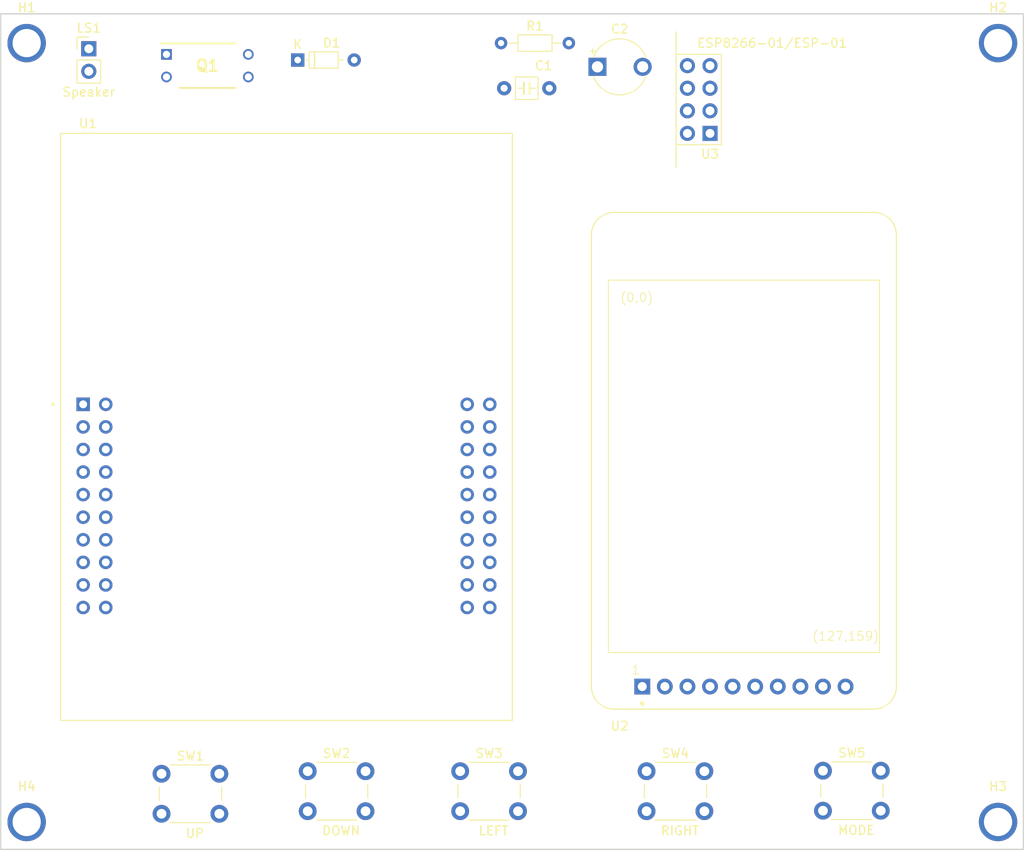
<source format=kicad_pcb>
(kicad_pcb (version 20240108) (generator "pcbnew") (generator_version "8.0")
  (title_block (title "ECE 445L Lab 7") (date "2025-01-13") (rev "v1.0.0") (company "The University of Texas at Austin"))
  (layers (0 "F.Cu" signal) (31 "B.Cu" signal) (34 "B.Paste" user) (35 "F.Paste" user) (36 "B.SilkS" user "B.Silkscreen") (37 "F.SilkS" user "F.Silkscreen") (38 "B.Mask" user) (39 "F.Mask" user) (44 "Edge.Cuts" user))
  (net 0 "")
  (net 1 "GND")
  (net 2 "+3V3")
  (net 3 "+5V")
  (net 12 "Net-(D1-A)")
  (net 19 "/Lab7_Input/SW_UP")
  (net 20 "/Lab7_Input/SW_DOWN")
  (net 21 "/Lab7_Input/SW_LEFT")
  (net 22 "/Lab7_Input/SW_RIGHT")
  (net 23 "/Lab7_Input/SW_MODE")
  (net 24 "/Lab7_microcontroller/PA2")
  (net 26 "/Lab7_microcontroller/PB0")
  (net 28 "/Lab7_microcontroller/PF4")
  (net 29 "/Lab7_microcontroller/PA4")
  (net 30 "/Lab7_microcontroller/PE2")
  (net 31 "/Lab7_microcontroller/PA5")
  (net 34 "/Lab7_microcontroller/PC5")
  (net 35 "/Lab7_microcontroller/PA7")
  (net 37 "/Lab7_microcontroller/PA3")
  (net 38 "/Lab7_microcontroller/PE0")
  (net 42 "/Lab7_microcontroller/PC4")
  (net 43 "/Lab7_microcontroller/PC6")
  (net 44 "/Lab7_microcontroller/PE4")
  (net 45 "/Lab7_microcontroller/PE1")
  (net 50 "/Lab7_microcontroller/PE5")
  (net 53 "/Lab7_microcontroller/PC7")
  (net 54 "/Lab7_microcontroller/PA6")
  (net 57 "/Lab7_microcontroller/PB1")
  (footprint "ECE445L:SW_PUSH_6mm" (layer "F.Cu") (at 124.46 116.15)
    (property "Reference" "SW5" (at 3.25 -2 0) (layer "F.SilkS"))
    (property "Value" "MODE" (at 3.75 6.7 0) (layer "F.SilkS"))
    (fp_line (start -0.25 1.5) (end -0.25 3) (stroke (width 0.12)) (layer "F.SilkS"))
    (fp_line (start 1 5.5) (end 5.5 5.5) (stroke (width 0.12)) (layer "F.SilkS"))
    (fp_line (start 5.5 -1) (end 1 -1) (stroke (width 0.12)) (layer "F.SilkS"))
    (fp_line (start 6.75 3) (end 6.75 1.5) (stroke (width 0.12)) (layer "F.SilkS"))
    (pad "1" thru_hole circle (at 0 0 90) (size 2 2) (drill 1.1) (layers "*.Cu" "*.Mask") (net 1 "GND"))
    (pad "1" thru_hole circle (at 6.5 0 90) (size 2 2) (drill 1.1) (layers "*.Cu" "*.Mask") (net 1 "GND"))
    (pad "2" thru_hole circle (at 0 4.5 90) (size 2 2) (drill 1.1) (layers "*.Cu" "*.Mask") (net 23 "/Lab7_Input/SW_MODE"))
    (pad "2" thru_hole circle (at 6.5 4.5 90) (size 2 2) (drill 1.1) (layers "*.Cu" "*.Mask") (net 23 "/Lab7_Input/SW_MODE"))
  )
  (footprint "ECE445L:D_P6.35mm_Horizontal" (layer "F.Cu") (at 65.4 36.195)
    (property "Reference" "D1" (at 3.81 -1.92 0) (layer "F.SilkS"))
    (property "Value" "1N914")
    (fp_line (start 0.99 0) (end 1.27 0) (stroke (width 0.12)) (layer "F.SilkS"))
    (fp_line (start 1.27 -0.92) (end 1.27 0.92) (stroke (width 0.12)) (layer "F.SilkS"))
    (fp_line (start 1.27 0.92) (end 4.55 0.92) (stroke (width 0.12)) (layer "F.SilkS"))
    (fp_line (start 1.905 -0.92) (end 1.905 0.92) (stroke (width 0.12)) (layer "F.SilkS"))
    (fp_line (start 1.905 -0.92) (end 1.905 0.92) (stroke (width 0.12)) (layer "F.SilkS"))
    (fp_line (start 4.55 -0.92) (end 1.27 -0.92) (stroke (width 0.12)) (layer "F.SilkS"))
    (fp_line (start 4.55 0.92) (end 4.55 -0.92) (stroke (width 0.12)) (layer "F.SilkS"))
    (fp_line (start 5.08 0) (end 4.535 0) (stroke (width 0.12)) (layer "F.SilkS"))
    (fp_text user "K" (at 0 -1.75 0) (layer "F.SilkS"))
    (pad "1" thru_hole rect (at 0 0) (size 1.5 1.5) (drill 0.75) (layers "*.Cu" "*.Mask") (net 2 "+3V3"))
    (pad "2" thru_hole oval (at 6.35 0) (size 1.5 1.5) (drill 0.75) (layers "*.Cu" "*.Mask") (net 12 "Net-(D1-A)"))
  )
  (footprint "ECE445L:PinHeader_2x04_P2.54mm_Vertical" (layer "F.Cu") (at 111.76 44.45 180)
    (property "Reference" "U3" (at 0 -2.33 360) (layer "F.SilkS"))
    (property "Value" "ESP8266-01/ESP-01" (at -6.985 10.16 360) (layer "F.SilkS"))
    (fp_line (start 3.81 -3.81) (end 3.81 11.43) (stroke (width 0.12)) (layer "F.SilkS"))
    (fp_line (start -1.27 8.89) (end 3.81 8.89) (stroke (width 0.12)) (layer "F.SilkS"))
    (fp_line (start -1.27 -1.27) (end 3.81 -1.27) (stroke (width 0.12)) (layer "F.SilkS"))
    (fp_line (start -1.27 -1.27) (end -1.27 8.89) (stroke (width 0.12)) (layer "F.SilkS"))
    (pad "1" thru_hole rect (at 0 0 180) (size 1.7 1.7) (drill 1) (layers "*.Cu" "*.Mask"))
    (pad "2" thru_hole oval (at 0 2.54 180) (size 1.7 1.7) (drill 1) (layers "*.Cu" "*.Mask"))
    (pad "3" thru_hole oval (at 0 5.08 180) (size 1.7 1.7) (drill 1) (layers "*.Cu" "*.Mask"))
    (pad "4" thru_hole oval (at 0 7.62 180) (size 1.7 1.7) (drill 1) (layers "*.Cu" "*.Mask"))
    (pad "5" thru_hole oval (at 2.54 7.62 180) (size 1.7 1.7) (drill 1) (layers "*.Cu" "*.Mask"))
    (pad "6" thru_hole oval (at 2.54 5.08 180) (size 1.7 1.7) (drill 1) (layers "*.Cu" "*.Mask"))
    (pad "7" thru_hole oval (at 2.54 2.54 180) (size 1.7 1.7) (drill 1) (layers "*.Cu" "*.Mask"))
    (pad "8" thru_hole oval (at 2.54 0 180) (size 1.7 1.7) (drill 1) (layers "*.Cu" "*.Mask"))
  )
  (footprint "ECE445L:PinHeader_1x02_P2.54mm_Vertical" (layer "F.Cu") (at 41.91 34.925)
    (property "Reference" "LS1" (at 0 -2.33 0) (layer "F.SilkS"))
    (property "Value" "Speaker" (at 0 4.87 0) (layer "F.SilkS"))
    (fp_line (start -1.33 -1.33) (end 0 -1.33) (stroke (width 0.12)) (layer "F.SilkS"))
    (fp_line (start -1.33 0) (end -1.33 -1.33) (stroke (width 0.12)) (layer "F.SilkS"))
    (fp_line (start -1.33 1.27) (end -1.33 3.87) (stroke (width 0.12)) (layer "F.SilkS"))
    (fp_line (start -1.33 1.27) (end 1.33 1.27) (stroke (width 0.12)) (layer "F.SilkS"))
    (fp_line (start -1.33 3.87) (end 1.33 3.87) (stroke (width 0.12)) (layer "F.SilkS"))
    (fp_line (start 1.33 1.27) (end 1.33 3.87) (stroke (width 0.12)) (layer "F.SilkS"))
    (pad "1" thru_hole rect (at 0 0) (size 1.7 1.7) (drill 1) (layers "*.Cu" "*.Mask") (net 2 "+3V3"))
    (pad "2" thru_hole oval (at 0 2.54) (size 1.7 1.7) (drill 1) (layers "*.Cu" "*.Mask") (net 12 "Net-(D1-A)"))
  )
  (footprint "ECE445L:DIP920W60P254L490H457Q4N" (layer "F.Cu") (at 55.245 36.83)
    (property "Reference" "Q1" (at 0 0 0) (layer "F.SilkS") (effects (font (size 1.27 1.27) (thickness 0.254))))
    (property "Value" "IRLD024PBF" (hide yes))
    (fp_line (start -5.202 -2.5) (end 3.145 -2.5) (stroke (width 0.2)) (layer "F.SilkS"))
    (fp_line (start -3.145 2.5) (end 3.145 2.5) (stroke (width 0.2)) (layer "F.SilkS"))
    (pad "1" thru_hole rect (at -4.602 -1.27) (size 1.2 1.2) (drill 0.8) (layers "*.Cu" "*.Mask"))
    (pad "2" thru_hole circle (at -4.602 1.27) (size 1.2 1.2) (drill 0.8) (layers "*.Cu" "*.Mask"))
    (pad "3" thru_hole circle (at 4.602 1.27) (size 1.2 1.2) (drill 0.8) (layers "*.Cu" "*.Mask"))
    (pad "4" thru_hole circle (at 4.602 -1.27) (size 1.2 1.2) (drill 0.8) (layers "*.Cu" "*.Mask"))
  )
  (footprint "ECE445L:CP_Radial_Tantal200mil" (layer "F.Cu") (at 99.105 36.96)
    (property "Reference" "C2" (at 2.5 -4.25 0) (layer "F.SilkS"))
    (property "Value" "4.7uF")
    (fp_line (start -0.839749 -1.755) (end -0.239749 -1.755) (stroke (width 0.12)) (layer "F.SilkS"))
    (fp_line (start -0.539749 -2.055) (end -0.539749 -1.455) (stroke (width 0.12)) (layer "F.SilkS"))
    (fp_arc (start -0.434416 -1.0922) (mid 2.5 -3.1522) (end 5.434416 -1.0922) (stroke (width 0.12)) (layer "F.SilkS"))
    (fp_arc (start 5.434416 1.0922) (mid 2.5 3.1522) (end -0.434416 1.0922) (stroke (width 0.12)) (layer "F.SilkS"))
    (pad "1" thru_hole rect (at 0 0) (size 2.032 2.032) (drill 1.27) (layers "*.Cu" "*.Mask"))
    (pad "2" thru_hole circle (at 5.08 0) (size 2.032 2.032) (drill 1.27) (layers "*.Cu" "*.Mask"))
  )
  (footprint "ECE445L:ti_EKTM4C123GXL" (layer "F.Cu") (at 64.135 77.47)
    (property "Reference" "U1" (at -22.325 -34.135 0) (layer "F.SilkS"))
    (property "Value" "EK-TM4C123GXL")
    (fp_line (start -25.4 -33.02) (end -25.4 33.02) (stroke (width 0.127)) (layer "F.SilkS"))
    (fp_line (start -25.4 33.02) (end 25.4 33.02) (stroke (width 0.127)) (layer "F.SilkS"))
    (fp_line (start 25.4 -33.02) (end -25.4 -33.02) (stroke (width 0.127)) (layer "F.SilkS"))
    (fp_line (start 25.4 33.02) (end 25.4 -33.02) (stroke (width 0.127)) (layer "F.SilkS"))
    (fp_circle (center -26.25 -2.54) (end -26.15 -2.54) (stroke (width 0.2)) (fill none) (layer "F.SilkS"))
    (pad "J1_1" thru_hole rect (at -22.86 -2.54) (size 1.52 1.52) (drill 0.89) (layers "*.Cu" "*.Mask") (net 2 "+3V3"))
    (pad "J1_2" thru_hole circle (at -22.86 0) (size 1.52 1.52) (drill 0.89) (layers "*.Cu" "*.Mask"))
    (pad "J1_3" thru_hole circle (at -22.86 2.54) (size 1.52 1.52) (drill 0.89) (layers "*.Cu" "*.Mask") (net 26 "/Lab7_microcontroller/PB0"))
    (pad "J1_4" thru_hole circle (at -22.86 5.08) (size 1.52 1.52) (drill 0.89) (layers "*.Cu" "*.Mask") (net 57 "/Lab7_microcontroller/PB1"))
    (pad "J1_5" thru_hole circle (at -22.86 7.62) (size 1.52 1.52) (drill 0.89) (layers "*.Cu" "*.Mask") (net 44 "/Lab7_microcontroller/PE4"))
    (pad "J1_6" thru_hole circle (at -22.86 10.16) (size 1.52 1.52) (drill 0.89) (layers "*.Cu" "*.Mask") (net 50 "/Lab7_microcontroller/PE5"))
    (pad "J1_7" thru_hole circle (at -22.86 12.7) (size 1.52 1.52) (drill 0.89) (layers "*.Cu" "*.Mask"))
    (pad "J1_8" thru_hole circle (at -22.86 15.24) (size 1.52 1.52) (drill 0.89) (layers "*.Cu" "*.Mask") (net 31 "/Lab7_microcontroller/PA5"))
    (pad "J1_9" thru_hole circle (at -22.86 17.78) (size 1.52 1.52) (drill 0.89) (layers "*.Cu" "*.Mask") (net 54 "/Lab7_microcontroller/PA6"))
    (pad "J1_10" thru_hole circle (at -22.86 20.32) (size 1.52 1.52) (drill 0.89) (layers "*.Cu" "*.Mask") (net 35 "/Lab7_microcontroller/PA7"))
    (pad "J2_1" thru_hole circle (at 22.86 -2.54) (size 1.52 1.52) (drill 0.89) (layers "*.Cu" "*.Mask"))
    (pad "J2_2" thru_hole circle (at 22.86 0) (size 1.52 1.52) (drill 0.89) (layers "*.Cu" "*.Mask"))
    (pad "J2_3" thru_hole circle (at 22.86 2.54) (size 1.52 1.52) (drill 0.89) (layers "*.Cu" "*.Mask") (net 38 "/Lab7_microcontroller/PE0"))
    (pad "J2_4" thru_hole circle (at 22.86 5.08) (size 1.52 1.52) (drill 0.89) (layers "*.Cu" "*.Mask"))
    (pad "J2_5" thru_hole circle (at 22.86 7.62) (size 1.52 1.52) (drill 0.89) (layers "*.Cu" "*.Mask"))
    (pad "J2_6" thru_hole circle (at 22.86 10.16) (size 1.52 1.52) (drill 0.89) (layers "*.Cu" "*.Mask"))
    (pad "J2_7" thru_hole circle (at 22.86 12.7) (size 1.52 1.52) (drill 0.89) (layers "*.Cu" "*.Mask"))
    (pad "J2_8" thru_hole circle (at 22.86 15.24) (size 1.52 1.52) (drill 0.89) (layers "*.Cu" "*.Mask") (net 29 "/Lab7_microcontroller/PA4"))
    (pad "J2_9" thru_hole circle (at 22.86 17.78) (size 1.52 1.52) (drill 0.89) (layers "*.Cu" "*.Mask") (net 37 "/Lab7_microcontroller/PA3"))
    (pad "J2_10" thru_hole circle (at 22.86 20.32) (size 1.52 1.52) (drill 0.89) (layers "*.Cu" "*.Mask") (net 24 "/Lab7_microcontroller/PA2"))
    (pad "J3_1" thru_hole circle (at -20.32 -2.54) (size 1.52 1.52) (drill 0.89) (layers "*.Cu" "*.Mask") (net 3 "+5V"))
    (pad "J3_2" thru_hole circle (at -20.32 0) (size 1.52 1.52) (drill 0.89) (layers "*.Cu" "*.Mask") (net 1 "GND"))
    (pad "J3_3" thru_hole circle (at -20.32 2.54) (size 1.52 1.52) (drill 0.89) (layers "*.Cu" "*.Mask"))
    (pad "J3_4" thru_hole circle (at -20.32 5.08) (size 1.52 1.52) (drill 0.89) (layers "*.Cu" "*.Mask"))
    (pad "J3_5" thru_hole circle (at -20.32 7.62) (size 1.52 1.52) (drill 0.89) (layers "*.Cu" "*.Mask"))
    (pad "J3_6" thru_hole circle (at -20.32 10.16) (size 1.52 1.52) (drill 0.89) (layers "*.Cu" "*.Mask"))
    (pad "J3_7" thru_hole circle (at -20.32 12.7) (size 1.52 1.52) (drill 0.89) (layers "*.Cu" "*.Mask") (net 45 "/Lab7_microcontroller/PE1"))
    (pad "J3_8" thru_hole circle (at -20.32 15.24) (size 1.52 1.52) (drill 0.89) (layers "*.Cu" "*.Mask") (net 30 "/Lab7_microcontroller/PE2"))
    (pad "J3_9" thru_hole circle (at -20.32 17.78) (size 1.52 1.52) (drill 0.89) (layers "*.Cu" "*.Mask"))
    (pad "J3_10" thru_hole circle (at -20.32 20.32) (size 1.52 1.52) (drill 0.89) (layers "*.Cu" "*.Mask"))
    (pad "J4_1" thru_hole circle (at 20.32 -2.54) (size 1.52 1.52) (drill 0.89) (layers "*.Cu" "*.Mask"))
    (pad "J4_2" thru_hole circle (at 20.32 0) (size 1.52 1.52) (drill 0.89) (layers "*.Cu" "*.Mask"))
    (pad "J4_3" thru_hole circle (at 20.32 2.54) (size 1.52 1.52) (drill 0.89) (layers "*.Cu" "*.Mask"))
    (pad "J4_4" thru_hole circle (at 20.32 5.08) (size 1.52 1.52) (drill 0.89) (layers "*.Cu" "*.Mask") (net 42 "/Lab7_microcontroller/PC4"))
    (pad "J4_5" thru_hole circle (at 20.32 7.62) (size 1.52 1.52) (drill 0.89) (layers "*.Cu" "*.Mask") (net 34 "/Lab7_microcontroller/PC5"))
    (pad "J4_6" thru_hole circle (at 20.32 10.16) (size 1.52 1.52) (drill 0.89) (layers "*.Cu" "*.Mask") (net 43 "/Lab7_microcontroller/PC6"))
    (pad "J4_7" thru_hole circle (at 20.32 12.7) (size 1.52 1.52) (drill 0.89) (layers "*.Cu" "*.Mask") (net 53 "/Lab7_microcontroller/PC7"))
    (pad "J4_8" thru_hole circle (at 20.32 15.24) (size 1.52 1.52) (drill 0.89) (layers "*.Cu" "*.Mask"))
    (pad "J4_9" thru_hole circle (at 20.32 17.78) (size 1.52 1.52) (drill 0.89) (layers "*.Cu" "*.Mask"))
    (pad "J4_10" thru_hole circle (at 20.32 20.32) (size 1.52 1.52) (drill 0.89) (layers "*.Cu" "*.Mask") (net 28 "/Lab7_microcontroller/PF4"))
  )
  (footprint "ECE445L:MountingHole_4_40" (layer "F.Cu") (at 34.925 34.29)
    (property "Reference" "H1" (at 0 -4 0) (layer "F.SilkS"))
    (property "Value" "~")
    (pad "1" thru_hole circle (at 0 0) (size 4.318 4.318) (drill 3.175) (layers "*.Cu" "*.Mask"))
  )
  (footprint "ECE445L:C_Axial_200mil" (layer "F.Cu") (at 88.61 39.37)
    (property "Reference" "C1" (at 4.445 -2.54 0) (layer "F.SilkS"))
    (property "Value" "100nF")
    (fp_line (start 1.27 -1.27) (end 1.27 1.27) (stroke (width 0.12)) (layer "F.SilkS"))
    (fp_line (start 1.27 1.27) (end 3.81 1.27) (stroke (width 0.12)) (layer "F.SilkS"))
    (fp_line (start 2.2225 0) (end 1.5875 0) (stroke (width 0.12)) (layer "F.SilkS"))
    (fp_line (start 2.2225 0.635) (end 2.2225 -0.635) (stroke (width 0.2032)) (layer "F.SilkS"))
    (fp_line (start 2.8575 0.635) (end 2.8575 -0.635) (stroke (width 0.2032)) (layer "F.SilkS"))
    (fp_line (start 3.4925 0) (end 2.8575 0) (stroke (width 0.12)) (layer "F.SilkS"))
    (fp_line (start 3.81 -1.27) (end 1.27 -1.27) (stroke (width 0.12)) (layer "F.SilkS"))
    (fp_line (start 3.81 1.27) (end 3.81 -1.27) (stroke (width 0.12)) (layer "F.SilkS"))
    (pad "1" thru_hole circle (at 0 0) (size 1.6 1.6) (drill 0.8) (layers "*.Cu" "*.Mask"))
    (pad "2" thru_hole oval (at 5.08 0) (size 1.6 1.6) (drill 0.8) (layers "*.Cu" "*.Mask"))
  )
  (footprint "ECE445L:SW_PUSH_6mm" (layer "F.Cu") (at 83.67 116.205)
    (property "Reference" "SW3" (at 3.25 -2 0) (layer "F.SilkS"))
    (property "Value" "LEFT" (at 3.75 6.7 0) (layer "F.SilkS"))
    (fp_line (start -0.25 1.5) (end -0.25 3) (stroke (width 0.12)) (layer "F.SilkS"))
    (fp_line (start 1 5.5) (end 5.5 5.5) (stroke (width 0.12)) (layer "F.SilkS"))
    (fp_line (start 5.5 -1) (end 1 -1) (stroke (width 0.12)) (layer "F.SilkS"))
    (fp_line (start 6.75 3) (end 6.75 1.5) (stroke (width 0.12)) (layer "F.SilkS"))
    (pad "1" thru_hole circle (at 0 0 90) (size 2 2) (drill 1.1) (layers "*.Cu" "*.Mask") (net 1 "GND"))
    (pad "1" thru_hole circle (at 6.5 0 90) (size 2 2) (drill 1.1) (layers "*.Cu" "*.Mask") (net 1 "GND"))
    (pad "2" thru_hole circle (at 0 4.5 90) (size 2 2) (drill 1.1) (layers "*.Cu" "*.Mask") (net 21 "/Lab7_Input/SW_LEFT"))
    (pad "2" thru_hole circle (at 6.5 4.5 90) (size 2 2) (drill 1.1) (layers "*.Cu" "*.Mask") (net 21 "/Lab7_Input/SW_LEFT"))
  )
  (footprint "ECE445L:adafruit_st7735r2" (layer "F.Cu") (at 115.57 81.28)
    (property "Reference" "U2" (at -13.97 29.845 0) (layer "F.SilkS"))
    (property "Value" "Adafruit ST7735R")
    (fp_line (start -17.145 -25.4) (end -17.145 25.4) (stroke (width 0.127)) (layer "F.SilkS"))
    (fp_line (start -14.605 27.94) (end 14.605 27.94) (stroke (width 0.127)) (layer "F.SilkS"))
    (fp_line (start 14.605 -27.94) (end -14.605 -27.94) (stroke (width 0.127)) (layer "F.SilkS"))
    (fp_line (start 17.145 25.4) (end 17.145 -25.4) (stroke (width 0.127)) (layer "F.SilkS"))
    (fp_rect (start -15.24 -20.32) (end 15.24 21.59) (stroke (width 0.1)) (fill none) (layer "F.SilkS"))
    (fp_arc (start -17.145 -25.4) (mid -16.401051 -27.196051) (end -14.605 -27.94) (stroke (width 0.127)) (layer "F.SilkS"))
    (fp_arc (start -14.605 27.94) (mid -16.401051 27.196051) (end -17.145 25.4) (stroke (width 0.127)) (layer "F.SilkS"))
    (fp_arc (start 14.605 -27.94) (mid 16.401051 -27.196051) (end 17.145 -25.4) (stroke (width 0.127)) (layer "F.SilkS"))
    (fp_arc (start 17.145 25.4) (mid 16.401051 27.196051) (end 14.605 27.94) (stroke (width 0.127)) (layer "F.SilkS"))
    (fp_circle (center -11.43 27.305) (end -11.2776 27.305) (stroke (width 0.2032)) (fill none) (layer "F.SilkS"))
    (fp_text user "1" (at -12.7 24.13 0) (layer "F.SilkS") (effects (font (thickness 0.1)) (justify left bottom)))
    (fp_text user "(0,0)" (at -13.97 -17.78 0) (layer "F.SilkS") (effects (font (thickness 0.1)) (justify left bottom)))
    (fp_text user "(127,159)" (at 7.62 20.32 0) (layer "F.SilkS") (effects (font (thickness 0.1)) (justify left bottom)))
    (pad "" np_thru_hole circle (at -14.605 -25.4 90) (size 2.2 2.2) (drill 2.2) (layers "*.Cu" "*.Mask"))
    (pad "" np_thru_hole circle (at -14.605 25.4 90) (size 2.2 2.2) (drill 2.2) (layers "F&B.Cu" "*.Mask"))
    (pad "" np_thru_hole circle (at 14.605 -25.4 90) (size 2.2 2.2) (drill 2.2) (layers "F&B.Cu" "*.Mask"))
    (pad "" np_thru_hole circle (at 14.605 25.4 90) (size 2.2 2.2) (drill 2.2) (layers "F&B.Cu" "*.Mask"))
    (pad "1" thru_hole rect (at -11.43 25.4 90) (size 1.778 1.778) (drill 1.016) (layers "*.Cu" "*.Mask") (net 1 "GND"))
    (pad "2" thru_hole circle (at -8.89 25.4 90) (size 1.778 1.778) (drill 1.016) (layers "*.Cu" "*.Mask"))
    (pad "3" thru_hole circle (at -6.35 25.4 90) (size 1.778 1.778) (drill 1.016) (layers "*.Cu" "*.Mask"))
    (pad "4" thru_hole circle (at -3.81 25.4 90) (size 1.778 1.778) (drill 1.016) (layers "*.Cu" "*.Mask"))
    (pad "5" thru_hole circle (at -1.27 25.4 90) (size 1.778 1.778) (drill 1.016) (layers "*.Cu" "*.Mask"))
    (pad "6" thru_hole circle (at 1.27 25.4 90) (size 1.778 1.778) (drill 1.016) (layers "*.Cu" "*.Mask"))
    (pad "7" thru_hole circle (at 3.81 25.4 90) (size 1.778 1.778) (drill 1.016) (layers "*.Cu" "*.Mask"))
    (pad "8" thru_hole circle (at 6.35 25.4 90) (size 1.778 1.778) (drill 1.016) (layers "*.Cu" "*.Mask"))
    (pad "9" thru_hole circle (at 8.89 25.4 90) (size 1.778 1.778) (drill 1.016) (layers "*.Cu" "*.Mask"))
    (pad "10" thru_hole circle (at 11.43 25.4 90) (size 1.778 1.778) (drill 1.016) (layers "*.Cu" "*.Mask"))
  )
  (footprint "ECE445L:MountingHole_4_40" (layer "F.Cu") (at 144.145 121.92)
    (property "Reference" "H3" (at 0 -4 0) (layer "F.SilkS"))
    (property "Value" "~")
    (pad "1" thru_hole circle (at 0 0) (size 4.318 4.318) (drill 3.175) (layers "*.Cu" "*.Mask"))
  )
  (footprint "ECE445L:R_Axial_DIN0204_L3.6mm_D1.6mm_P7.62mm_Horizontal" (layer "F.Cu") (at 88.265 34.29)
    (property "Reference" "R1" (at 3.81 -1.92 0) (layer "F.SilkS"))
    (property "Value" "10k")
    (fp_line (start 0.94 0) (end 1.89 0) (stroke (width 0.12)) (layer "F.SilkS"))
    (fp_line (start 1.89 -0.92) (end 1.89 0.92) (stroke (width 0.12)) (layer "F.SilkS"))
    (fp_line (start 1.89 0.92) (end 5.73 0.92) (stroke (width 0.12)) (layer "F.SilkS"))
    (fp_line (start 5.73 -0.92) (end 1.89 -0.92) (stroke (width 0.12)) (layer "F.SilkS"))
    (fp_line (start 5.73 0.92) (end 5.73 -0.92) (stroke (width 0.12)) (layer "F.SilkS"))
    (fp_line (start 6.68 0) (end 5.73 0) (stroke (width 0.12)) (layer "F.SilkS"))
    (pad "1" thru_hole circle (at 0 0) (size 1.4 1.4) (drill 0.7) (layers "*.Cu" "*.Mask"))
    (pad "2" thru_hole oval (at 7.62 0) (size 1.4 1.4) (drill 0.7) (layers "*.Cu" "*.Mask"))
  )
  (footprint "ECE445L:MountingHole_4_40" (layer "F.Cu") (at 144.145 34.29)
    (property "Reference" "H2" (at 0 -4 0) (layer "F.SilkS"))
    (property "Value" "~")
    (pad "1" thru_hole circle (at 0 0) (size 4.318 4.318) (drill 3.175) (layers "*.Cu" "*.Mask"))
  )
  (footprint "ECE445L:SW_PUSH_6mm" (layer "F.Cu") (at 66.525 116.205)
    (property "Reference" "SW2" (at 3.25 -2 0) (layer "F.SilkS"))
    (property "Value" "DOWN" (at 3.75 6.7 0) (layer "F.SilkS"))
    (fp_line (start -0.25 1.5) (end -0.25 3) (stroke (width 0.12)) (layer "F.SilkS"))
    (fp_line (start 1 5.5) (end 5.5 5.5) (stroke (width 0.12)) (layer "F.SilkS"))
    (fp_line (start 5.5 -1) (end 1 -1) (stroke (width 0.12)) (layer "F.SilkS"))
    (fp_line (start 6.75 3) (end 6.75 1.5) (stroke (width 0.12)) (layer "F.SilkS"))
    (pad "1" thru_hole circle (at 0 0 90) (size 2 2) (drill 1.1) (layers "*.Cu" "*.Mask") (net 1 "GND"))
    (pad "1" thru_hole circle (at 6.5 0 90) (size 2 2) (drill 1.1) (layers "*.Cu" "*.Mask") (net 1 "GND"))
    (pad "2" thru_hole circle (at 0 4.5 90) (size 2 2) (drill 1.1) (layers "*.Cu" "*.Mask") (net 20 "/Lab7_Input/SW_DOWN"))
    (pad "2" thru_hole circle (at 6.5 4.5 90) (size 2 2) (drill 1.1) (layers "*.Cu" "*.Mask") (net 20 "/Lab7_Input/SW_DOWN"))
  )
  (footprint "ECE445L:SW_PUSH_6mm" (layer "F.Cu") (at 50.09 116.495)
    (property "Reference" "SW1" (at 3.25 -2 0) (layer "F.SilkS"))
    (property "Value" "UP" (at 3.75 6.7 0) (layer "F.SilkS"))
    (fp_line (start -0.25 1.5) (end -0.25 3) (stroke (width 0.12)) (layer "F.SilkS"))
    (fp_line (start 1 5.5) (end 5.5 5.5) (stroke (width 0.12)) (layer "F.SilkS"))
    (fp_line (start 5.5 -1) (end 1 -1) (stroke (width 0.12)) (layer "F.SilkS"))
    (fp_line (start 6.75 3) (end 6.75 1.5) (stroke (width 0.12)) (layer "F.SilkS"))
    (pad "1" thru_hole circle (at 0 0 90) (size 2 2) (drill 1.1) (layers "*.Cu" "*.Mask") (net 1 "GND"))
    (pad "1" thru_hole circle (at 6.5 0 90) (size 2 2) (drill 1.1) (layers "*.Cu" "*.Mask") (net 1 "GND"))
    (pad "2" thru_hole circle (at 0 4.5 90) (size 2 2) (drill 1.1) (layers "*.Cu" "*.Mask") (net 19 "/Lab7_Input/SW_UP"))
    (pad "2" thru_hole circle (at 6.5 4.5 90) (size 2 2) (drill 1.1) (layers "*.Cu" "*.Mask") (net 19 "/Lab7_Input/SW_UP"))
  )
  (footprint "ECE445L:SW_PUSH_6mm" (layer "F.Cu") (at 104.625 116.205)
    (property "Reference" "SW4" (at 3.25 -2 0) (layer "F.SilkS"))
    (property "Value" "RIGHT" (at 3.75 6.7 0) (layer "F.SilkS"))
    (fp_line (start -0.25 1.5) (end -0.25 3) (stroke (width 0.12)) (layer "F.SilkS"))
    (fp_line (start 1 5.5) (end 5.5 5.5) (stroke (width 0.12)) (layer "F.SilkS"))
    (fp_line (start 5.5 -1) (end 1 -1) (stroke (width 0.12)) (layer "F.SilkS"))
    (fp_line (start 6.75 3) (end 6.75 1.5) (stroke (width 0.12)) (layer "F.SilkS"))
    (pad "1" thru_hole circle (at 0 0 90) (size 2 2) (drill 1.1) (layers "*.Cu" "*.Mask") (net 1 "GND"))
    (pad "1" thru_hole circle (at 6.5 0 90) (size 2 2) (drill 1.1) (layers "*.Cu" "*.Mask") (net 1 "GND"))
    (pad "2" thru_hole circle (at 0 4.5 90) (size 2 2) (drill 1.1) (layers "*.Cu" "*.Mask") (net 22 "/Lab7_Input/SW_RIGHT"))
    (pad "2" thru_hole circle (at 6.5 4.5 90) (size 2 2) (drill 1.1) (layers "*.Cu" "*.Mask") (net 22 "/Lab7_Input/SW_RIGHT"))
  )
  (footprint "ECE445L:MountingHole_4_40" (layer "F.Cu") (at 34.925 121.92)
    (property "Reference" "H4" (at 0 -4 0) (layer "F.SilkS"))
    (property "Value" "~")
    (pad "1" thru_hole circle (at 0 0) (size 4.318 4.318) (drill 3.175) (layers "*.Cu" "*.Mask"))
  )
  (gr_rect (start 32 31) (end 147 125) (stroke (width 0.15)) (fill none) (layer "Edge.Cuts"))
)
</source>
